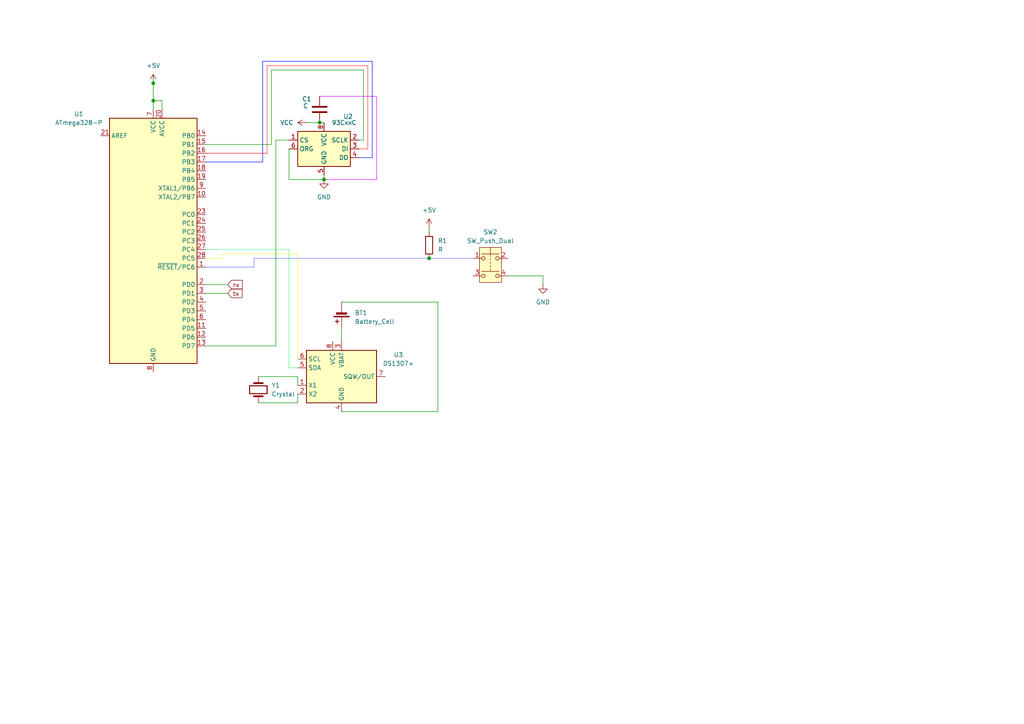
<source format=kicad_sch>
(kicad_sch (version 20231120) (generator "eeschema") (generator_version "8.0")
  (paper "A4")
  (lib_symbols
    (symbol "Device:Battery_Cell" (pin_numbers hide) (pin_names (offset 0) hide)
      (property "Reference" "BT" (at 2.54 2.54 0))
      (property "Value" "Battery_Cell" (at 2.54 0 0))
      (symbol "Battery_Cell_0_1"
        (rectangle (start -2.286 1.778) (end 2.286 1.524) (fill (type outline)))
        (rectangle (start -1.524 1.016) (end 1.524 0.508) (fill (type outline)))
        (polyline (pts (xy 0 0.762) (xy 0 0)))
        (polyline (pts (xy 0 1.778) (xy 0 2.54)))
        (polyline (pts (xy 0.762 3.048) (xy 1.778 3.048)) (stroke (width 0.254)))
        (polyline (pts (xy 1.27 3.556) (xy 1.27 2.54)) (stroke (width 0.254)))
      )
      (symbol "Battery_Cell_1_1"
        (pin passive line (at 0 5.08 270) (length 2.54) (name "+") (number "1"))
        (pin passive line (at 0 -2.54 90) (length 2.54) (name "-") (number "2"))
      )
    )
    (symbol "Device:C" (pin_numbers hide) (pin_names (offset 0.254))
      (property "Reference" "C" (at 0.635 2.54 0))
      (property "Value" "C" (at 0.635 -2.54 0))
      (symbol "C_0_1"
        (polyline (pts (xy -2.032 -0.762) (xy 2.032 -0.762)) (stroke (width 0.508)))
        (polyline (pts (xy -2.032 0.762) (xy 2.032 0.762)) (stroke (width 0.508)))
      )
      (symbol "C_1_1"
        (pin passive line (at 0 3.81 270) (length 2.794) (name "~") (number "1"))
        (pin passive line (at 0 -3.81 90) (length 2.794) (name "~") (number "2"))
      )
    )
    (symbol "Device:Crystal" (pin_numbers hide) (pin_names (offset 1.016) hide)
      (property "Reference" "Y" (at 0 3.81 0))
      (property "Value" "Crystal" (at 0 -3.81 0))
      (symbol "Crystal_0_1"
        (rectangle (start -1.143 2.54) (end 1.143 -2.54) (stroke (width 0.3048)))
        (polyline (pts (xy -2.54 0) (xy -1.905 0)))
        (polyline (pts (xy -1.905 -1.27) (xy -1.905 1.27)) (stroke (width 0.508)))
        (polyline (pts (xy 1.905 -1.27) (xy 1.905 1.27)) (stroke (width 0.508)))
        (polyline (pts (xy 2.54 0) (xy 1.905 0)))
      )
      (symbol "Crystal_1_1"
        (pin passive line (at -3.81 0 0) (length 1.27) (name "1") (number "1"))
        (pin passive line (at 3.81 0 180) (length 1.27) (name "2") (number "2"))
      )
    )
    (symbol "Device:R" (pin_numbers hide) (pin_names (offset 0))
      (property "Reference" "R" (at 2.032 0 90))
      (property "Value" "R" (at 0 0 90))
      (symbol "R_0_1"
        (rectangle (start -1.016 -2.54) (end 1.016 2.54) (stroke (width 0.254)))
      )
      (symbol "R_1_1"
        (pin passive line (at 0 3.81 270) (length 1.27) (name "~") (number "1"))
        (pin passive line (at 0 -3.81 90) (length 1.27) (name "~") (number "2"))
      )
    )
    (symbol "MCU_Microchip_ATmega:ATmega328-P"
      (property "Reference" "U" (at -12.7 36.83 0))
      (property "Value" "ATmega328-P" (at 2.54 -36.83 0))
      (symbol "ATmega328-P_0_1"
        (rectangle (start -12.7 -35.56) (end 12.7 35.56) (stroke (width 0.254)) (fill (type background)))
      )
      (symbol "ATmega328-P_1_1"
        (pin bidirectional line (at 15.24 -7.62 180) (length 2.54) (name "~{RESET}/PC6") (number "1"))
        (pin bidirectional line (at 15.24 12.7 180) (length 2.54) (name "XTAL2/PB7") (number "10"))
        (pin bidirectional line (at 15.24 -25.4 180) (length 2.54) (name "PD5") (number "11"))
        (pin bidirectional line (at 15.24 -27.94 180) (length 2.54) (name "PD6") (number "12"))
        (pin bidirectional line (at 15.24 -30.48 180) (length 2.54) (name "PD7") (number "13"))
        (pin bidirectional line (at 15.24 30.48 180) (length 2.54) (name "PB0") (number "14"))
        (pin bidirectional line (at 15.24 27.94 180) (length 2.54) (name "PB1") (number "15"))
        (pin bidirectional line (at 15.24 25.4 180) (length 2.54) (name "PB2") (number "16"))
        (pin bidirectional line (at 15.24 22.86 180) (length 2.54) (name "PB3") (number "17"))
        (pin bidirectional line (at 15.24 20.32 180) (length 2.54) (name "PB4") (number "18"))
        (pin bidirectional line (at 15.24 17.78 180) (length 2.54) (name "PB5") (number "19"))
        (pin bidirectional line (at 15.24 -12.7 180) (length 2.54) (name "PD0") (number "2"))
        (pin power_in line (at 2.54 38.1 270) (length 2.54) (name "AVCC") (number "20"))
        (pin passive line (at -15.24 30.48 0) (length 2.54) (name "AREF") (number "21"))
        (pin passive line (at 0 -38.1 90) (length 2.54) hide (name "GND") (number "22"))
        (pin bidirectional line (at 15.24 7.62 180) (length 2.54) (name "PC0") (number "23"))
        (pin bidirectional line (at 15.24 5.08 180) (length 2.54) (name "PC1") (number "24"))
        (pin bidirectional line (at 15.24 2.54 180) (length 2.54) (name "PC2") (number "25"))
        (pin bidirectional line (at 15.24 0 180) (length 2.54) (name "PC3") (number "26"))
        (pin bidirectional line (at 15.24 -2.54 180) (length 2.54) (name "PC4") (number "27"))
        (pin bidirectional line (at 15.24 -5.08 180) (length 2.54) (name "PC5") (number "28"))
        (pin bidirectional line (at 15.24 -15.24 180) (length 2.54) (name "PD1") (number "3"))
        (pin bidirectional line (at 15.24 -17.78 180) (length 2.54) (name "PD2") (number "4"))
        (pin bidirectional line (at 15.24 -20.32 180) (length 2.54) (name "PD3") (number "5"))
        (pin bidirectional line (at 15.24 -22.86 180) (length 2.54) (name "PD4") (number "6"))
        (pin power_in line (at 0 38.1 270) (length 2.54) (name "VCC") (number "7"))
        (pin power_in line (at 0 -38.1 90) (length 2.54) (name "GND") (number "8"))
        (pin bidirectional line (at 15.24 15.24 180) (length 2.54) (name "XTAL1/PB6") (number "9"))
      )
    )
    (symbol "Memory_EEPROM:93CxxC"
      (property "Reference" "U" (at -7.62 6.35 0))
      (property "Value" "93CxxC" (at 2.54 -6.35 0))
      (symbol "93CxxC_1_1"
        (rectangle (start -7.62 5.08) (end 7.62 -5.08) (stroke (width 0.254)) (fill (type background)))
        (pin input line (at -10.16 2.54 0) (length 2.54) (name "CS") (number "1"))
        (pin input line (at 10.16 2.54 180) (length 2.54) (name "SCLK") (number "2"))
        (pin input line (at 10.16 0 180) (length 2.54) (name "DI") (number "3"))
        (pin tri_state line (at 10.16 -2.54 180) (length 2.54) (name "DO") (number "4"))
        (pin power_in line (at 0 -7.62 90) (length 2.54) (name "GND") (number "5"))
        (pin input line (at -10.16 0 0) (length 2.54) (name "ORG") (number "6"))
        (pin no_connect line (at -7.62 -2.54 0) (length 2.54) hide (name "NC") (number "7"))
        (pin power_in line (at 0 7.62 270) (length 2.54) (name "VCC") (number "8"))
      )
    )
    (symbol "Switch:SW_Push_Dual" (pin_names (offset 1.016) hide)
      (property "Reference" "SW" (at 0 7.62 0))
      (property "Value" "SW_Push_Dual" (at 0 -6.35 0))
      (symbol "SW_Push_Dual_0_1"
        (circle (center -2.032 -2.54) (radius 0.508))
        (circle (center -2.032 2.54) (radius 0.508))
        (polyline (pts (xy 0 -0.508) (xy 0 -1.016)))
        (polyline (pts (xy 0 0.508) (xy 0 0)))
        (polyline (pts (xy 0 1.016) (xy 0 1.524)))
        (polyline (pts (xy 0 2.032) (xy 0 2.54)))
        (polyline (pts (xy 0 3.048) (xy 0 3.556)))
        (polyline (pts (xy 0 3.81) (xy 0 5.588)))
        (polyline (pts (xy 2.54 -1.27) (xy -2.54 -1.27)))
        (polyline (pts (xy 2.54 3.81) (xy -2.54 3.81)))
        (circle (center 2.032 -2.54) (radius 0.508))
        (circle (center 2.032 2.54) (radius 0.508))
        (pin passive line (at -5.08 2.54 0) (length 2.54) (name "1") (number "1"))
        (pin passive line (at 5.08 2.54 180) (length 2.54) (name "2") (number "2"))
        (pin passive line (at -5.08 -2.54 0) (length 2.54) (name "3") (number "3"))
        (pin passive line (at 5.08 -2.54 180) (length 2.54) (name "4") (number "4"))
      )
      (symbol "SW_Push_Dual_1_1"
        (rectangle (start -3.175 5.715) (end 3.175 -4.445) (fill (type background)))
      )
    )
    (symbol "Timer_RTC:DS1307+"
      (property "Reference" "U" (at -8.89 8.89 0))
      (property "Value" "DS1307+" (at 1.27 8.89 0))
      (symbol "DS1307+_0_1"
        (rectangle (start -10.16 7.62) (end 10.16 -7.62) (stroke (width 0.254)) (fill (type background)))
      )
      (symbol "DS1307+_1_1"
        (pin input line (at -12.7 -2.54 0) (length 2.54) (name "X1") (number "1"))
        (pin input line (at -12.7 -5.08 0) (length 2.54) (name "X2") (number "2"))
        (pin power_in line (at 0 10.16 270) (length 2.54) (name "VBAT") (number "3"))
        (pin power_in line (at 0 -10.16 90) (length 2.54) (name "GND") (number "4"))
        (pin bidirectional line (at -12.7 2.54 0) (length 2.54) (name "SDA") (number "5"))
        (pin input line (at -12.7 5.08 0) (length 2.54) (name "SCL") (number "6"))
        (pin open_collector line (at 12.7 0 180) (length 2.54) (name "SQW/OUT") (number "7"))
        (pin power_in line (at -2.54 10.16 270) (length 2.54) (name "VCC") (number "8"))
      )
    )
    (symbol "power:+5V" (power) (pin_numbers hide) (pin_names (offset 0) hide)
      (property "Value" "+5V" (at 0 3.556 0))
      (symbol "+5V_0_1"
        (polyline (pts (xy -0.762 1.27) (xy 0 2.54)))
        (polyline (pts (xy 0 0) (xy 0 2.54)))
        (polyline (pts (xy 0 2.54) (xy 0.762 1.27)))
      )
      (symbol "+5V_1_1"
        (pin power_in line (at 0 0 90) (length 0) (name "~") (number "1"))
      )
    )
    (symbol "power:GND" (power) (pin_numbers hide) (pin_names (offset 0) hide)
      (property "Value" "GND" (at 0 -3.81 0))
      (symbol "GND_0_1"
        (polyline (pts (xy 0 0) (xy 0 -1.27) (xy 1.27 -1.27) (xy 0 -2.54) (xy -1.27 -1.27) (xy 0 -1.27)))
      )
      (symbol "GND_1_1"
        (pin power_in line (at 0 0 270) (length 0) (name "~") (number "1"))
      )
    )
    (symbol "power:VCC" (power) (pin_numbers hide) (pin_names (offset 0) hide)
      (property "Value" "VCC" (at 0 3.556 0))
      (symbol "VCC_0_1"
        (polyline (pts (xy -0.762 1.27) (xy 0 2.54)))
        (polyline (pts (xy 0 0) (xy 0 2.54)))
        (polyline (pts (xy 0 2.54) (xy 0.762 1.27)))
      )
      (symbol "VCC_1_1"
        (pin power_in line (at 0 0 90) (length 0) (name "~") (number "1"))
      )
    )
  )
  (junction (at 92.71 35.56))
  (junction (at 93.98 52.07))
  (junction (at 124.46 74.93))
  (junction (at 44.45 29.21))
  (junction (at 44.45 24.13))
  (wire (pts (xy 99.06 87.63) (xy 127 87.63)))
  (wire (pts (xy 93.98 52.07) (xy 93.98 50.8)))
  (wire (pts (xy 44.45 24.13) (xy 44.45 29.21)))
  (wire (pts (xy 83.82 72.39) (xy 59.69 72.39)) (stroke (width 0) (color 70 255 118 1)))
  (wire (pts (xy 64.77 74.93) (xy 59.69 74.93)) (stroke (width 0) (color 232 255 65 1)))
  (wire (pts (xy 73.66 77.47) (xy 73.66 74.93)) (stroke (width 0) (color 101 127 255 1)))
  (wire (pts (xy 105.41 40.64) (xy 104.14 40.64)))
  (wire (pts (xy 83.82 52.07) (xy 93.98 52.07)))
  (wire (pts (xy 44.45 29.21) (xy 46.99 29.21)))
  (wire (pts (xy 77.47 19.05) (xy 106.68 19.05)) (stroke (width 0) (color 255 54 39 1)))
  (wire (pts (xy 77.47 44.45) (xy 77.47 19.05)) (stroke (width 0) (color 255 54 39 1)))
  (wire (pts (xy 86.36 106.68) (xy 83.82 106.68)) (stroke (width 0) (color 70 255 118 1)))
  (wire (pts (xy 83.82 40.64) (xy 80.01 40.64)))
  (wire (pts (xy 106.68 19.05) (xy 106.68 43.18)) (stroke (width 0) (color 255 54 39 1)))
  (wire (pts (xy 44.45 29.21) (xy 44.45 31.75)))
  (wire (pts (xy 92.71 35.56) (xy 93.98 35.56)))
  (wire (pts (xy 127 87.63) (xy 127 119.38)))
  (wire (pts (xy 105.41 20.32) (xy 105.41 40.64)))
  (wire (pts (xy 74.93 116.84) (xy 86.36 116.84)))
  (wire (pts (xy 59.69 77.47) (xy 73.66 77.47)) (stroke (width 0) (color 101 127 255 1)))
  (wire (pts (xy 59.69 82.55) (xy 66.04 82.55)))
  (wire (pts (xy 109.22 27.94) (xy 109.22 52.07)) (stroke (width 0) (color 220 9 255 1)))
  (wire (pts (xy 124.46 74.93) (xy 137.16 74.93)) (stroke (width 0) (color 101 127 255 1)))
  (wire (pts (xy 107.95 45.72) (xy 104.14 45.72)) (stroke (width 0) (color 0 17 255 1)))
  (wire (pts (xy 78.74 41.91) (xy 78.74 20.32)))
  (wire (pts (xy 74.93 109.22) (xy 86.36 109.22)))
  (wire (pts (xy 124.46 74.93) (xy 73.66 74.93)) (stroke (width 0) (color 101 127 255 1)))
  (wire (pts (xy 86.36 109.22) (xy 86.36 111.76)))
  (wire (pts (xy 86.36 73.66) (xy 64.77 73.66)) (stroke (width 0) (color 232 255 65 1)))
  (wire (pts (xy 59.69 44.45) (xy 77.47 44.45)) (stroke (width 0) (color 255 26 24 1)))
  (wire (pts (xy 46.99 29.21) (xy 46.99 31.75)))
  (wire (pts (xy 88.9 35.56) (xy 92.71 35.56)))
  (wire (pts (xy 59.69 85.09) (xy 66.04 85.09)))
  (wire (pts (xy 99.06 95.25) (xy 99.06 99.06)))
  (wire (pts (xy 92.71 27.94) (xy 109.22 27.94)) (stroke (width 0) (color 220 9 255 1)))
  (wire (pts (xy 83.82 106.68) (xy 83.82 72.39)) (stroke (width 0) (color 70 255 118 1)))
  (wire (pts (xy 109.22 52.07) (xy 93.98 52.07)) (stroke (width 0) (color 220 9 255 1)))
  (wire (pts (xy 76.2 46.99) (xy 76.2 17.78)) (stroke (width 0) (color 0 17 255 1)))
  (wire (pts (xy 107.95 17.78) (xy 107.95 45.72)) (stroke (width 0) (color 0 17 255 1)))
  (wire (pts (xy 127 119.38) (xy 99.06 119.38)))
  (wire (pts (xy 86.36 114.3) (xy 86.36 116.84)))
  (wire (pts (xy 106.68 43.18) (xy 104.14 43.18)) (stroke (width 0) (color 255 54 39 1)))
  (wire (pts (xy 147.32 80.01) (xy 157.48 80.01)))
  (wire (pts (xy 76.2 17.78) (xy 107.95 17.78)) (stroke (width 0) (color 0 17 255 1)))
  (wire (pts (xy 83.82 43.18) (xy 83.82 52.07)))
  (wire (pts (xy 80.01 100.33) (xy 59.69 100.33)))
  (wire (pts (xy 59.69 41.91) (xy 78.74 41.91)))
  (wire (pts (xy 44.45 22.86) (xy 44.45 24.13)))
  (wire (pts (xy 157.48 80.01) (xy 157.48 82.55)))
  (wire (pts (xy 124.46 66.04) (xy 124.46 67.31)))
  (wire (pts (xy 64.77 73.66) (xy 64.77 74.93)) (stroke (width 0) (color 232 255 65 1)))
  (wire (pts (xy 86.36 104.14) (xy 86.36 73.66)) (stroke (width 0) (color 232 255 65 1)))
  (wire (pts (xy 80.01 40.64) (xy 80.01 100.33)))
  (wire (pts (xy 78.74 20.32) (xy 105.41 20.32)))
  (wire (pts (xy 59.69 46.99) (xy 76.2 46.99)) (stroke (width 0) (color 0 17 255 1)))
  (global_label "tx" (shape input) (at 66.04 85.09 0) (property "Intersheetrefs" "${INTERSHEET_REFS}" (effects (hide yes))))
  (global_label "rx" (shape input) (at 66.04 82.55 0) (property "Intersheetrefs" "${INTERSHEET_REFS}" (effects (hide yes))))
  (symbol (lib_id "Device:R") (at 124.46 71.12 0) (unit 1)
    (property "Reference" "R1" (at 127 69.8499 0) (effects (justify left)))
    (property "Value" "R" (at 127 72.3899 0) (effects (justify left)))
    (property "Description" "Resistor" (effects (hide yes)))
  )
  (symbol (lib_id "MCU_Microchip_ATmega:ATmega328-P") (at 44.45 69.85 0) (unit 1)
    (property "Reference" "U1" (at 22.86 33.0514 0))
    (property "Value" "ATmega328-P" (at 22.86 35.5914 0))
    (property "Footprint" "Package_DIP:DIP-28_W7.62mm" (effects (hide yes)))
    (property "Datasheet" "http://ww1.microchip.com/downloads/en/DeviceDoc/ATmega328_P%20AVR%20MCU%20with%20picoPower%20Technology%20Data%20Sheet%2040001984A.pdf" (effects (hide yes)))
    (property "Description" "20MHz, 32kB Flash, 2kB SRAM, 1kB EEPROM, DIP-28" (effects (hide yes)))
  )
  (symbol (lib_id "Switch:SW_Push_Dual") (at 142.24 77.47 0) (unit 1)
    (property "Reference" "SW2" (at 142.24 67.31 0))
    (property "Value" "SW_Push_Dual" (at 142.24 69.85 0))
    (property "Description" "Push button switch, generic, symbol, four pins" (effects (hide yes)))
  )
  (symbol (lib_id "Timer_RTC:DS1307+") (at 99.06 109.22 0) (unit 1)
    (property "Reference" "U3" (at 115.57 102.9014 0))
    (property "Value" "DS1307+" (at 115.57 105.4414 0))
    (property "Footprint" "Package_DIP:DIP-8_W7.62mm" (effects (hide yes)))
    (property "Datasheet" "https://datasheets.maximintegrated.com/en/ds/DS1307.pdf" (effects (hide yes)))
    (property "Description" "64 x 8, Serial, I2C Real-time clock, 4.5V to 5.5V VCC, 0°C to +70°C, DIP-8" (effects (hide yes)))
  )
  (symbol (lib_id "Device:C") (at 92.71 31.75 0) (unit 1)
    (property "Reference" "C1" (at 87.63 28.702 0) (effects (justify left)))
    (property "Value" "C" (at 87.884 30.734 0) (effects (justify left)))
    (property "Description" "Unpolarized capacitor" (effects (hide yes)))
  )
  (symbol (lib_id "Device:Battery_Cell") (at 99.06 90.17 180) (unit 1)
    (property "Reference" "BT1" (at 102.87 90.7414 0) (effects (justify right)))
    (property "Value" "Battery_Cell" (at 102.87 93.2814 0) (effects (justify right)))
    (property "Description" "Single-cell battery" (effects (hide yes)))
  )
  (symbol (lib_id "power:+5V") (at 124.46 66.04 0) (unit 1)
    (property "Reference" "#PWR01" (effects (hide yes)))
    (property "Value" "+5V" (at 124.46 60.96 0))
    (property "Description" "Power symbol creates a global label with name \"+5V\"" (effects (hide yes)))
  )
  (symbol (lib_id "power:+5V") (at 44.45 24.13 0) (unit 1)
    (property "Reference" "#PWR03" (effects (hide yes)))
    (property "Value" "+5V" (at 44.45 19.05 0))
    (property "Description" "Power symbol creates a global label with name \"+5V\"" (effects (hide yes)))
  )
  (symbol (lib_id "Memory_EEPROM:93CxxC") (at 93.98 43.18 0) (unit 1)
    (property "Reference" "U2" (at 99.568 33.782 0) (effects (justify left)))
    (property "Value" "93CxxC" (at 96.1741 35.56 0) (effects (justify left)))
    (property "Datasheet" "http://ww1.microchip.com/downloads/en/DeviceDoc/20001749K.pdf" (effects (hide yes)))
    (property "Description" "Serial EEPROM, 93 Series, with ORG Pin, 5.0V, DIP-8/SOIC-8" (effects (hide yes)))
  )
  (symbol (lib_id "Device:Crystal") (at 74.93 113.03 90) (unit 1)
    (property "Reference" "Y1" (at 78.74 111.7599 90) (effects (justify right)))
    (property "Value" "Crystal" (at 78.74 114.2999 90) (effects (justify right)))
    (property "Description" "Two pin crystal" (effects (hide yes)))
  )
  (symbol (lib_id "power:VCC") (at 88.9 35.56 90) (unit 1)
    (property "Reference" "#PWR04" (effects (hide yes)))
    (property "Value" "VCC" (at 85.09 35.5599 90) (effects (justify left)))
    (property "Description" "Power symbol creates a global label with name \"VCC\"" (effects (hide yes)))
  )
  (symbol (lib_id "power:GND") (at 157.48 82.55 0) (unit 1)
    (property "Reference" "#PWR02" (effects (hide yes)))
    (property "Value" "GND" (at 157.48 87.63 0))
    (property "Description" "Power symbol creates a global label with name \"GND\" , ground" (effects (hide yes)))
  )
  (symbol (lib_id "power:GND") (at 93.98 52.07 0) (unit 1)
    (property "Reference" "#PWR05" (effects (hide yes)))
    (property "Value" "GND" (at 93.98 57.15 0))
    (property "Description" "Power symbol creates a global label with name \"GND\" , ground" (effects (hide yes)))
  )
)
</source>
